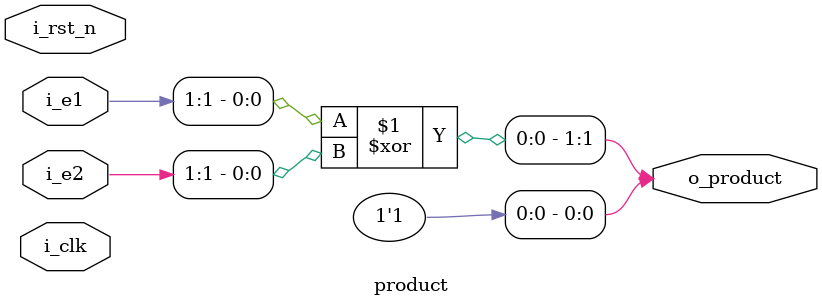
<source format=v>
`timescale 1ns / 1ps
module product#(
	parameter e1_width = 2,
	parameter e2_width = 2,
	parameter product_width = 2
)(
	input i_clk,
	input i_rst_n,
	input wire signed [e1_width-1:0] i_e1,
	input wire signed [e2_width-1:0] i_e2,
	output  signed [product_width-1:0] o_product
    );
	

//	// product
//	always @(posedge i_clk ) begin
//				if (!i_rst_n) begin
//					o_product <= 0 ;
//				end 
//				else begin
//					o_product = i_e1 * i_e2;
//				end
//			end
	// product
//	always @(posedge i_clk ) begin
//				if (!i_rst_n) begin
//					o_product <= 0 ;
//				end 
//				else begin
////					if ( (i_e1 == 2'b11 && i_e2 == 2'b01) || (i_e1 == 2'b01 && i_e2 == 2'b11)) begin
////						o_product = 2'b11;
////					end
////					else begin
////						o_product = 2'b01;
////					end
//					o_product <= { i_e1[1]^i_e2[1], 1'b1};
//				end
//			end
assign o_product = { i_e1[1]^i_e2[1], 1'b1};

endmodule
</source>
